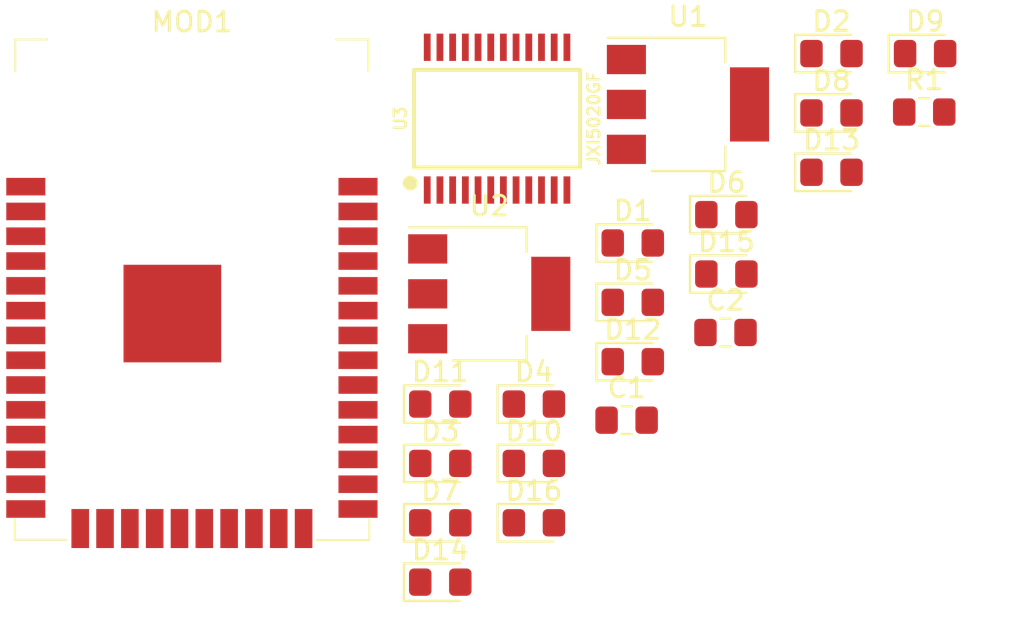
<source format=kicad_pcb>
(kicad_pcb (version 20171130) (host pcbnew "(5.1.5)-3")

  (general
    (thickness 1.6)
    (drawings 0)
    (tracks 0)
    (zones 0)
    (modules 23)
    (nets 26)
  )

  (page A4)
  (layers
    (0 F.Cu signal)
    (31 B.Cu signal)
    (32 B.Adhes user)
    (33 F.Adhes user)
    (34 B.Paste user)
    (35 F.Paste user)
    (36 B.SilkS user)
    (37 F.SilkS user)
    (38 B.Mask user)
    (39 F.Mask user)
    (40 Dwgs.User user)
    (41 Cmts.User user)
    (42 Eco1.User user)
    (43 Eco2.User user)
    (44 Edge.Cuts user)
    (45 Margin user)
    (46 B.CrtYd user)
    (47 F.CrtYd user)
    (48 B.Fab user)
    (49 F.Fab user)
  )

  (setup
    (last_trace_width 0.25)
    (trace_clearance 0.2)
    (zone_clearance 0.508)
    (zone_45_only no)
    (trace_min 0.2)
    (via_size 0.8)
    (via_drill 0.4)
    (via_min_size 0.4)
    (via_min_drill 0.3)
    (uvia_size 0.3)
    (uvia_drill 0.1)
    (uvias_allowed no)
    (uvia_min_size 0.2)
    (uvia_min_drill 0.1)
    (edge_width 0.05)
    (segment_width 0.2)
    (pcb_text_width 0.3)
    (pcb_text_size 1.5 1.5)
    (mod_edge_width 0.12)
    (mod_text_size 1 1)
    (mod_text_width 0.15)
    (pad_size 1.524 1.524)
    (pad_drill 0.762)
    (pad_to_mask_clearance 0.051)
    (solder_mask_min_width 0.25)
    (aux_axis_origin 0 0)
    (visible_elements FFFFFF7F)
    (pcbplotparams
      (layerselection 0x010fc_ffffffff)
      (usegerberextensions false)
      (usegerberattributes false)
      (usegerberadvancedattributes false)
      (creategerberjobfile false)
      (excludeedgelayer true)
      (linewidth 0.100000)
      (plotframeref false)
      (viasonmask false)
      (mode 1)
      (useauxorigin false)
      (hpglpennumber 1)
      (hpglpenspeed 20)
      (hpglpendiameter 15.000000)
      (psnegative false)
      (psa4output false)
      (plotreference true)
      (plotvalue true)
      (plotinvisibletext false)
      (padsonsilk false)
      (subtractmaskfromsilk false)
      (outputformat 1)
      (mirror false)
      (drillshape 1)
      (scaleselection 1)
      (outputdirectory ""))
  )

  (net 0 "")
  (net 1 GND)
  (net 2 /3.3V_MCU)
  (net 3 /5V_LED)
  (net 4 5V)
  (net 5 OUT0)
  (net 6 OUT1)
  (net 7 OUT2)
  (net 8 OUT3)
  (net 9 OUT4)
  (net 10 OUT5)
  (net 11 OUT6)
  (net 12 OUT7)
  (net 13 OUT8)
  (net 14 OUT9)
  (net 15 OUT10)
  (net 16 OUT11)
  (net 17 OUT12)
  (net 18 OUT13)
  (net 19 OUT14)
  (net 20 OUT15)
  (net 21 LED_SDI)
  (net 22 LED_LE)
  (net 23 LED_OE)
  (net 24 LED_CLK)
  (net 25 "Net-(R1-Pad1)")

  (net_class Default 这是默认网络类。
    (clearance 0.2)
    (trace_width 0.25)
    (via_dia 0.8)
    (via_drill 0.4)
    (uvia_dia 0.3)
    (uvia_drill 0.1)
    (add_net /3.3V_MCU)
    (add_net /3.3v_MCU)
    (add_net /5V_LED)
    (add_net 5V)
    (add_net GND)
    (add_net LED_CLK)
    (add_net LED_LE)
    (add_net LED_OE)
    (add_net LED_SDI)
    (add_net LED_SDO)
    (add_net "Net-(MOD1-Pad10)")
    (add_net "Net-(MOD1-Pad11)")
    (add_net "Net-(MOD1-Pad12)")
    (add_net "Net-(MOD1-Pad17)")
    (add_net "Net-(MOD1-Pad18)")
    (add_net "Net-(MOD1-Pad19)")
    (add_net "Net-(MOD1-Pad20)")
    (add_net "Net-(MOD1-Pad21)")
    (add_net "Net-(MOD1-Pad22)")
    (add_net "Net-(MOD1-Pad24)")
    (add_net "Net-(MOD1-Pad25)")
    (add_net "Net-(MOD1-Pad26)")
    (add_net "Net-(MOD1-Pad27)")
    (add_net "Net-(MOD1-Pad28)")
    (add_net "Net-(MOD1-Pad29)")
    (add_net "Net-(MOD1-Pad3)")
    (add_net "Net-(MOD1-Pad30)")
    (add_net "Net-(MOD1-Pad31)")
    (add_net "Net-(MOD1-Pad32)")
    (add_net "Net-(MOD1-Pad33)")
    (add_net "Net-(MOD1-Pad34)")
    (add_net "Net-(MOD1-Pad35)")
    (add_net "Net-(MOD1-Pad36)")
    (add_net "Net-(MOD1-Pad37)")
    (add_net "Net-(MOD1-Pad4)")
    (add_net "Net-(MOD1-Pad5)")
    (add_net "Net-(MOD1-Pad6)")
    (add_net "Net-(MOD1-Pad7)")
    (add_net "Net-(MOD1-Pad8)")
    (add_net "Net-(MOD1-Pad9)")
    (add_net "Net-(R1-Pad1)")
    (add_net OUT0)
    (add_net OUT1)
    (add_net OUT10)
    (add_net OUT11)
    (add_net OUT12)
    (add_net OUT13)
    (add_net OUT14)
    (add_net OUT15)
    (add_net OUT2)
    (add_net OUT3)
    (add_net OUT4)
    (add_net OUT5)
    (add_net OUT6)
    (add_net OUT7)
    (add_net OUT8)
    (add_net OUT9)
  )

  (module Silicon-Standard:SSOP24 (layer F.Cu) (tedit 5961E64E) (tstamp 604B36BC)
    (at 147.371 59.808559)
    (path /604AE8A5)
    (attr smd)
    (fp_text reference U3 (at -4.953 0 90) (layer F.SilkS)
      (effects (font (size 0.6096 0.6096) (thickness 0.127)))
    )
    (fp_text value JXI5020GF (at 4.953 0 90) (layer F.SilkS)
      (effects (font (size 0.6096 0.6096) (thickness 0.127)))
    )
    (fp_line (start -4.24942 2.49936) (end -4.24942 -2.49936) (layer F.SilkS) (width 0.2032))
    (fp_line (start 4.24942 2.49936) (end -4.24942 2.49936) (layer F.SilkS) (width 0.2032))
    (fp_line (start 4.24942 -2.49936) (end 4.24942 2.49936) (layer F.SilkS) (width 0.2032))
    (fp_line (start -4.24942 -2.49936) (end 4.24942 -2.49936) (layer F.SilkS) (width 0.2032))
    (fp_circle (center -4.445 3.302) (end -4.318 3.302) (layer F.SilkS) (width 0.254))
    (fp_circle (center -4.445 3.302) (end -4.191 3.302) (layer F.SilkS) (width 0.254))
    (pad 24 smd rect (at -3.57378 -3.65506) (size 0.34798 1.397) (layers F.Cu F.Paste F.Mask)
      (net 3 /5V_LED) (solder_mask_margin 0.1016))
    (pad 23 smd rect (at -2.92354 -3.65506) (size 0.34798 1.397) (layers F.Cu F.Paste F.Mask)
      (net 25 "Net-(R1-Pad1)") (solder_mask_margin 0.1016))
    (pad 22 smd rect (at -2.2733 -3.65506) (size 0.34798 1.397) (layers F.Cu F.Paste F.Mask)
      (solder_mask_margin 0.1016))
    (pad 21 smd rect (at -1.62306 -3.65506) (size 0.34798 1.397) (layers F.Cu F.Paste F.Mask)
      (net 23 LED_OE) (solder_mask_margin 0.1016))
    (pad 20 smd rect (at -0.97282 -3.65506) (size 0.34798 1.397) (layers F.Cu F.Paste F.Mask)
      (net 20 OUT15) (solder_mask_margin 0.1016))
    (pad 19 smd rect (at -0.32258 -3.65506) (size 0.34798 1.397) (layers F.Cu F.Paste F.Mask)
      (net 19 OUT14) (solder_mask_margin 0.1016))
    (pad 18 smd rect (at 0.32258 -3.65506) (size 0.34798 1.397) (layers F.Cu F.Paste F.Mask)
      (net 18 OUT13) (solder_mask_margin 0.1016))
    (pad 17 smd rect (at 0.97282 -3.65506) (size 0.34798 1.397) (layers F.Cu F.Paste F.Mask)
      (net 17 OUT12) (solder_mask_margin 0.1016))
    (pad 16 smd rect (at 1.62306 -3.65506) (size 0.34798 1.397) (layers F.Cu F.Paste F.Mask)
      (net 16 OUT11) (solder_mask_margin 0.1016))
    (pad 15 smd rect (at 2.2733 -3.65506) (size 0.34798 1.397) (layers F.Cu F.Paste F.Mask)
      (net 15 OUT10) (solder_mask_margin 0.1016))
    (pad 14 smd rect (at 2.92354 -3.65506 180) (size 0.34798 1.397) (layers F.Cu F.Paste F.Mask)
      (net 14 OUT9) (solder_mask_margin 0.1016))
    (pad 13 smd rect (at 3.57378 -3.65506 180) (size 0.34798 1.397) (layers F.Cu F.Paste F.Mask)
      (net 13 OUT8) (solder_mask_margin 0.1016))
    (pad 12 smd rect (at 3.57378 3.65506) (size 0.34798 1.397) (layers F.Cu F.Paste F.Mask)
      (net 12 OUT7) (solder_mask_margin 0.1016))
    (pad 11 smd rect (at 2.92354 3.65506) (size 0.34798 1.397) (layers F.Cu F.Paste F.Mask)
      (net 11 OUT6) (solder_mask_margin 0.1016))
    (pad 10 smd rect (at 2.2733 3.65506) (size 0.34798 1.397) (layers F.Cu F.Paste F.Mask)
      (net 10 OUT5) (solder_mask_margin 0.1016))
    (pad 9 smd rect (at 1.62306 3.65506) (size 0.34798 1.397) (layers F.Cu F.Paste F.Mask)
      (net 9 OUT4) (solder_mask_margin 0.1016))
    (pad 8 smd rect (at 0.97282 3.65506) (size 0.34798 1.397) (layers F.Cu F.Paste F.Mask)
      (net 8 OUT3) (solder_mask_margin 0.1016))
    (pad 7 smd rect (at 0.32258 3.65506) (size 0.34798 1.397) (layers F.Cu F.Paste F.Mask)
      (net 7 OUT2) (solder_mask_margin 0.1016))
    (pad 6 smd rect (at -0.32258 3.65506) (size 0.34798 1.397) (layers F.Cu F.Paste F.Mask)
      (net 6 OUT1) (solder_mask_margin 0.1016))
    (pad 5 smd rect (at -0.97282 3.65506) (size 0.34798 1.397) (layers F.Cu F.Paste F.Mask)
      (net 5 OUT0) (solder_mask_margin 0.1016))
    (pad 4 smd rect (at -1.62306 3.65506) (size 0.34798 1.397) (layers F.Cu F.Paste F.Mask)
      (net 22 LED_LE) (solder_mask_margin 0.1016))
    (pad 3 smd rect (at -2.2733 3.65506) (size 0.34798 1.397) (layers F.Cu F.Paste F.Mask)
      (net 24 LED_CLK) (solder_mask_margin 0.1016))
    (pad 2 smd rect (at -2.92354 3.65506) (size 0.34798 1.397) (layers F.Cu F.Paste F.Mask)
      (net 21 LED_SDI) (solder_mask_margin 0.1016))
    (pad 1 smd rect (at -3.57378 3.65506) (size 0.34798 1.397) (layers F.Cu F.Paste F.Mask)
      (net 1 GND) (solder_mask_margin 0.1016))
  )

  (module Package_TO_SOT_SMD:SOT-223-3_TabPin2 (layer F.Cu) (tedit 5A02FF57) (tstamp 604B369A)
    (at 146.97 68.78)
    (descr "module CMS SOT223 4 pins")
    (tags "CMS SOT")
    (path /6059589D)
    (attr smd)
    (fp_text reference U2 (at 0 -4.5) (layer F.SilkS)
      (effects (font (size 1 1) (thickness 0.15)))
    )
    (fp_text value AMS1117-5.0 (at 0 4.5) (layer F.Fab)
      (effects (font (size 1 1) (thickness 0.15)))
    )
    (fp_line (start 1.85 -3.35) (end 1.85 3.35) (layer F.Fab) (width 0.1))
    (fp_line (start -1.85 3.35) (end 1.85 3.35) (layer F.Fab) (width 0.1))
    (fp_line (start -4.1 -3.41) (end 1.91 -3.41) (layer F.SilkS) (width 0.12))
    (fp_line (start -0.85 -3.35) (end 1.85 -3.35) (layer F.Fab) (width 0.1))
    (fp_line (start -1.85 3.41) (end 1.91 3.41) (layer F.SilkS) (width 0.12))
    (fp_line (start -1.85 -2.35) (end -1.85 3.35) (layer F.Fab) (width 0.1))
    (fp_line (start -1.85 -2.35) (end -0.85 -3.35) (layer F.Fab) (width 0.1))
    (fp_line (start -4.4 -3.6) (end -4.4 3.6) (layer F.CrtYd) (width 0.05))
    (fp_line (start -4.4 3.6) (end 4.4 3.6) (layer F.CrtYd) (width 0.05))
    (fp_line (start 4.4 3.6) (end 4.4 -3.6) (layer F.CrtYd) (width 0.05))
    (fp_line (start 4.4 -3.6) (end -4.4 -3.6) (layer F.CrtYd) (width 0.05))
    (fp_line (start 1.91 -3.41) (end 1.91 -2.15) (layer F.SilkS) (width 0.12))
    (fp_line (start 1.91 3.41) (end 1.91 2.15) (layer F.SilkS) (width 0.12))
    (fp_text user %R (at 0 0 90) (layer F.Fab)
      (effects (font (size 0.8 0.8) (thickness 0.12)))
    )
    (pad 1 smd rect (at -3.15 -2.3) (size 2 1.5) (layers F.Cu F.Paste F.Mask)
      (net 1 GND))
    (pad 3 smd rect (at -3.15 2.3) (size 2 1.5) (layers F.Cu F.Paste F.Mask)
      (net 4 5V))
    (pad 2 smd rect (at -3.15 0) (size 2 1.5) (layers F.Cu F.Paste F.Mask)
      (net 3 /5V_LED))
    (pad 2 smd rect (at 3.15 0) (size 2 3.8) (layers F.Cu F.Paste F.Mask)
      (net 3 /5V_LED))
    (model ${KISYS3DMOD}/Package_TO_SOT_SMD.3dshapes/SOT-223.wrl
      (at (xyz 0 0 0))
      (scale (xyz 1 1 1))
      (rotate (xyz 0 0 0))
    )
  )

  (module Package_TO_SOT_SMD:SOT-223-3_TabPin2 (layer F.Cu) (tedit 5A02FF57) (tstamp 604B3684)
    (at 157.14 59.08)
    (descr "module CMS SOT223 4 pins")
    (tags "CMS SOT")
    (path /60594072)
    (attr smd)
    (fp_text reference U1 (at 0 -4.5) (layer F.SilkS)
      (effects (font (size 1 1) (thickness 0.15)))
    )
    (fp_text value AMS1117-3.3 (at 0 4.5) (layer F.Fab)
      (effects (font (size 1 1) (thickness 0.15)))
    )
    (fp_line (start 1.85 -3.35) (end 1.85 3.35) (layer F.Fab) (width 0.1))
    (fp_line (start -1.85 3.35) (end 1.85 3.35) (layer F.Fab) (width 0.1))
    (fp_line (start -4.1 -3.41) (end 1.91 -3.41) (layer F.SilkS) (width 0.12))
    (fp_line (start -0.85 -3.35) (end 1.85 -3.35) (layer F.Fab) (width 0.1))
    (fp_line (start -1.85 3.41) (end 1.91 3.41) (layer F.SilkS) (width 0.12))
    (fp_line (start -1.85 -2.35) (end -1.85 3.35) (layer F.Fab) (width 0.1))
    (fp_line (start -1.85 -2.35) (end -0.85 -3.35) (layer F.Fab) (width 0.1))
    (fp_line (start -4.4 -3.6) (end -4.4 3.6) (layer F.CrtYd) (width 0.05))
    (fp_line (start -4.4 3.6) (end 4.4 3.6) (layer F.CrtYd) (width 0.05))
    (fp_line (start 4.4 3.6) (end 4.4 -3.6) (layer F.CrtYd) (width 0.05))
    (fp_line (start 4.4 -3.6) (end -4.4 -3.6) (layer F.CrtYd) (width 0.05))
    (fp_line (start 1.91 -3.41) (end 1.91 -2.15) (layer F.SilkS) (width 0.12))
    (fp_line (start 1.91 3.41) (end 1.91 2.15) (layer F.SilkS) (width 0.12))
    (fp_text user %R (at 0 0 90) (layer F.Fab)
      (effects (font (size 0.8 0.8) (thickness 0.12)))
    )
    (pad 1 smd rect (at -3.15 -2.3) (size 2 1.5) (layers F.Cu F.Paste F.Mask)
      (net 1 GND))
    (pad 3 smd rect (at -3.15 2.3) (size 2 1.5) (layers F.Cu F.Paste F.Mask)
      (net 4 5V))
    (pad 2 smd rect (at -3.15 0) (size 2 1.5) (layers F.Cu F.Paste F.Mask)
      (net 2 /3.3V_MCU))
    (pad 2 smd rect (at 3.15 0) (size 2 3.8) (layers F.Cu F.Paste F.Mask)
      (net 2 /3.3V_MCU))
    (model ${KISYS3DMOD}/Package_TO_SOT_SMD.3dshapes/SOT-223.wrl
      (at (xyz 0 0 0))
      (scale (xyz 1 1 1))
      (rotate (xyz 0 0 0))
    )
  )

  (module Resistor_SMD:R_0805_2012Metric_Pad1.15x1.40mm_HandSolder (layer F.Cu) (tedit 5B36C52B) (tstamp 604B366E)
    (at 169.23 59.47)
    (descr "Resistor SMD 0805 (2012 Metric), square (rectangular) end terminal, IPC_7351 nominal with elongated pad for handsoldering. (Body size source: https://docs.google.com/spreadsheets/d/1BsfQQcO9C6DZCsRaXUlFlo91Tg2WpOkGARC1WS5S8t0/edit?usp=sharing), generated with kicad-footprint-generator")
    (tags "resistor handsolder")
    (path /6052F75B)
    (attr smd)
    (fp_text reference R1 (at 0 -1.65) (layer F.SilkS)
      (effects (font (size 1 1) (thickness 0.15)))
    )
    (fp_text value R_EXT (at 0 1.65) (layer F.Fab)
      (effects (font (size 1 1) (thickness 0.15)))
    )
    (fp_text user %R (at 0 0) (layer F.Fab)
      (effects (font (size 0.5 0.5) (thickness 0.08)))
    )
    (fp_line (start 1.85 0.95) (end -1.85 0.95) (layer F.CrtYd) (width 0.05))
    (fp_line (start 1.85 -0.95) (end 1.85 0.95) (layer F.CrtYd) (width 0.05))
    (fp_line (start -1.85 -0.95) (end 1.85 -0.95) (layer F.CrtYd) (width 0.05))
    (fp_line (start -1.85 0.95) (end -1.85 -0.95) (layer F.CrtYd) (width 0.05))
    (fp_line (start -0.261252 0.71) (end 0.261252 0.71) (layer F.SilkS) (width 0.12))
    (fp_line (start -0.261252 -0.71) (end 0.261252 -0.71) (layer F.SilkS) (width 0.12))
    (fp_line (start 1 0.6) (end -1 0.6) (layer F.Fab) (width 0.1))
    (fp_line (start 1 -0.6) (end 1 0.6) (layer F.Fab) (width 0.1))
    (fp_line (start -1 -0.6) (end 1 -0.6) (layer F.Fab) (width 0.1))
    (fp_line (start -1 0.6) (end -1 -0.6) (layer F.Fab) (width 0.1))
    (pad 2 smd roundrect (at 1.025 0) (size 1.15 1.4) (layers F.Cu F.Paste F.Mask) (roundrect_rratio 0.217391)
      (net 1 GND))
    (pad 1 smd roundrect (at -1.025 0) (size 1.15 1.4) (layers F.Cu F.Paste F.Mask) (roundrect_rratio 0.217391)
      (net 25 "Net-(R1-Pad1)"))
    (model ${KISYS3DMOD}/Resistor_SMD.3dshapes/R_0805_2012Metric.wrl
      (at (xyz 0 0 0))
      (scale (xyz 1 1 1))
      (rotate (xyz 0 0 0))
    )
  )

  (module digikey-footprints:ESP32-WROOM-32D (layer F.Cu) (tedit 5D288F29) (tstamp 604B365D)
    (at 131.755 71.545)
    (path /60539C89)
    (attr smd)
    (fp_text reference MOD1 (at 0.01 -16.69) (layer F.SilkS)
      (effects (font (size 1 1) (thickness 0.15)))
    )
    (fp_text value ESP32-WROOM-32 (at 0 11.88) (layer F.Fab)
      (effects (font (size 1 1) (thickness 0.15)))
    )
    (fp_line (start 9 -15.748) (end 9 9.755) (layer F.Fab) (width 0.1))
    (fp_line (start -9 -15.745) (end 9 -15.745) (layer F.Fab) (width 0.1))
    (fp_line (start -9 -15.748) (end -9 9.755) (layer F.Fab) (width 0.1))
    (fp_line (start -9 9.755) (end 9 9.755) (layer F.Fab) (width 0.1))
    (fp_line (start -9.07 9.83) (end -6.42 9.83) (layer F.SilkS) (width 0.1))
    (fp_line (start -9.07 8.78) (end -9.07 9.83) (layer F.SilkS) (width 0.1))
    (fp_line (start 9.08 9.85) (end 6.38 9.85) (layer F.SilkS) (width 0.1))
    (fp_line (start 9.08 8.81) (end 9.08 9.85) (layer F.SilkS) (width 0.1))
    (fp_line (start -9.04 -15.79) (end -7.41 -15.79) (layer F.SilkS) (width 0.1))
    (fp_line (start -9.04 -14.16) (end -9.04 -15.79) (layer F.SilkS) (width 0.1))
    (fp_line (start 9.03 -15.79) (end 7.39 -15.79) (layer F.SilkS) (width 0.1))
    (fp_line (start 9.03 -14.17) (end 9.03 -15.79) (layer F.SilkS) (width 0.1))
    (fp_text user REF** (at 0.01 -5.37) (layer F.Fab)
      (effects (font (size 1 1) (thickness 0.15)))
    )
    (fp_line (start 9.74 -16.04) (end -9.74 -16.04) (layer F.CrtYd) (width 0.1))
    (fp_line (start -9.77 -16.04) (end -9.77 10.47) (layer F.CrtYd) (width 0.1))
    (fp_line (start -9.77 10.47) (end 9.73 10.46) (layer F.CrtYd) (width 0.1))
    (fp_line (start 9.74 10.46) (end 9.74 -16.02) (layer F.CrtYd) (width 0.1))
    (pad 39 smd rect (at -1 -1.755) (size 5 5) (layers F.Cu F.Paste F.Mask)
      (net 1 GND))
    (pad 25 smd rect (at 8.5 8.255) (size 2 0.9) (layers F.Cu F.Paste F.Mask))
    (pad 26 smd rect (at 8.5 6.985) (size 2 0.9) (layers F.Cu F.Paste F.Mask))
    (pad 27 smd rect (at 8.5 5.715) (size 2 0.9) (layers F.Cu F.Paste F.Mask))
    (pad 28 smd rect (at 8.5 4.445) (size 2 0.9) (layers F.Cu F.Paste F.Mask))
    (pad 29 smd rect (at 8.5 3.175) (size 2 0.9) (layers F.Cu F.Paste F.Mask))
    (pad 30 smd rect (at 8.5 1.905) (size 2 0.9) (layers F.Cu F.Paste F.Mask))
    (pad 31 smd rect (at 8.5 0.635) (size 2 0.9) (layers F.Cu F.Paste F.Mask))
    (pad 32 smd rect (at 8.5 -0.635) (size 2 0.9) (layers F.Cu F.Paste F.Mask))
    (pad 33 smd rect (at 8.5 -1.905) (size 2 0.9) (layers F.Cu F.Paste F.Mask))
    (pad 34 smd rect (at 8.5 -3.175) (size 2 0.9) (layers F.Cu F.Paste F.Mask))
    (pad 35 smd rect (at 8.5 -4.445) (size 2 0.9) (layers F.Cu F.Paste F.Mask))
    (pad 36 smd rect (at 8.5 -5.715) (size 2 0.9) (layers F.Cu F.Paste F.Mask))
    (pad 37 smd rect (at 8.5 -6.985) (size 2 0.9) (layers F.Cu F.Paste F.Mask))
    (pad 38 smd rect (at 8.5 -8.255) (size 2 0.9) (layers F.Cu F.Paste F.Mask)
      (net 1 GND))
    (pad 14 smd rect (at -8.5 8.255) (size 2 0.9) (layers F.Cu F.Paste F.Mask)
      (net 21 LED_SDI))
    (pad 13 smd rect (at -8.5 6.985) (size 2 0.9) (layers F.Cu F.Paste F.Mask)
      (net 22 LED_LE))
    (pad 12 smd rect (at -8.5 5.715) (size 2 0.9) (layers F.Cu F.Paste F.Mask))
    (pad 11 smd rect (at -8.5 4.445) (size 2 0.9) (layers F.Cu F.Paste F.Mask))
    (pad 10 smd rect (at -8.5 3.175) (size 2 0.9) (layers F.Cu F.Paste F.Mask))
    (pad 9 smd rect (at -8.5 1.905) (size 2 0.9) (layers F.Cu F.Paste F.Mask))
    (pad 8 smd rect (at -8.5 0.635) (size 2 0.9) (layers F.Cu F.Paste F.Mask))
    (pad 7 smd rect (at -8.5 -0.635) (size 2 0.9) (layers F.Cu F.Paste F.Mask))
    (pad 6 smd rect (at -8.5 -1.905) (size 2 0.9) (layers F.Cu F.Paste F.Mask))
    (pad 5 smd rect (at -8.5 -3.175) (size 2 0.9) (layers F.Cu F.Paste F.Mask))
    (pad 4 smd rect (at -8.5 -4.445) (size 2 0.9) (layers F.Cu F.Paste F.Mask))
    (pad 3 smd rect (at -8.5 -5.715) (size 2 0.9) (layers F.Cu F.Paste F.Mask))
    (pad 2 smd rect (at -8.5 -6.985) (size 2 0.9) (layers F.Cu F.Paste F.Mask))
    (pad 24 smd rect (at 5.715 9.255 90) (size 2 0.9) (layers F.Cu F.Paste F.Mask))
    (pad 23 smd rect (at 4.445 9.255 90) (size 2 0.9) (layers F.Cu F.Paste F.Mask)
      (net 23 LED_OE))
    (pad 22 smd rect (at 3.175 9.255 90) (size 2 0.9) (layers F.Cu F.Paste F.Mask))
    (pad 21 smd rect (at 1.905 9.255 90) (size 2 0.9) (layers F.Cu F.Paste F.Mask))
    (pad 20 smd rect (at 0.635 9.255 90) (size 2 0.9) (layers F.Cu F.Paste F.Mask))
    (pad 19 smd rect (at -0.635 9.255 90) (size 2 0.9) (layers F.Cu F.Paste F.Mask))
    (pad 18 smd rect (at -1.905 9.255 90) (size 2 0.9) (layers F.Cu F.Paste F.Mask))
    (pad 17 smd rect (at -3.175 9.255 90) (size 2 0.9) (layers F.Cu F.Paste F.Mask))
    (pad 16 smd rect (at -4.445 9.255 90) (size 2 0.9) (layers F.Cu F.Paste F.Mask)
      (net 24 LED_CLK))
    (pad 15 smd rect (at -5.715 9.255 90) (size 2 0.9) (layers F.Cu F.Paste F.Mask)
      (net 1 GND))
    (pad 1 smd rect (at -8.5 -8.255) (size 2 0.9) (layers F.Cu F.Paste F.Mask)
      (net 1 GND))
  )

  (module LED_SMD:LED_0805_2012Metric_Pad1.15x1.40mm_HandSolder (layer F.Cu) (tedit 5B4B45C9) (tstamp 604B3621)
    (at 149.255 80.505)
    (descr "LED SMD 0805 (2012 Metric), square (rectangular) end terminal, IPC_7351 nominal, (Body size source: https://docs.google.com/spreadsheets/d/1BsfQQcO9C6DZCsRaXUlFlo91Tg2WpOkGARC1WS5S8t0/edit?usp=sharing), generated with kicad-footprint-generator")
    (tags "LED handsolder")
    (path /604ECDCE)
    (attr smd)
    (fp_text reference D16 (at 0 -1.65) (layer F.SilkS)
      (effects (font (size 1 1) (thickness 0.15)))
    )
    (fp_text value Filament_LED (at 0 1.65) (layer F.Fab)
      (effects (font (size 1 1) (thickness 0.15)))
    )
    (fp_text user %R (at 0 0) (layer F.Fab)
      (effects (font (size 0.5 0.5) (thickness 0.08)))
    )
    (fp_line (start 1.85 0.95) (end -1.85 0.95) (layer F.CrtYd) (width 0.05))
    (fp_line (start 1.85 -0.95) (end 1.85 0.95) (layer F.CrtYd) (width 0.05))
    (fp_line (start -1.85 -0.95) (end 1.85 -0.95) (layer F.CrtYd) (width 0.05))
    (fp_line (start -1.85 0.95) (end -1.85 -0.95) (layer F.CrtYd) (width 0.05))
    (fp_line (start -1.86 0.96) (end 1 0.96) (layer F.SilkS) (width 0.12))
    (fp_line (start -1.86 -0.96) (end -1.86 0.96) (layer F.SilkS) (width 0.12))
    (fp_line (start 1 -0.96) (end -1.86 -0.96) (layer F.SilkS) (width 0.12))
    (fp_line (start 1 0.6) (end 1 -0.6) (layer F.Fab) (width 0.1))
    (fp_line (start -1 0.6) (end 1 0.6) (layer F.Fab) (width 0.1))
    (fp_line (start -1 -0.3) (end -1 0.6) (layer F.Fab) (width 0.1))
    (fp_line (start -0.7 -0.6) (end -1 -0.3) (layer F.Fab) (width 0.1))
    (fp_line (start 1 -0.6) (end -0.7 -0.6) (layer F.Fab) (width 0.1))
    (pad 2 smd roundrect (at 1.025 0) (size 1.15 1.4) (layers F.Cu F.Paste F.Mask) (roundrect_rratio 0.217391)
      (net 4 5V))
    (pad 1 smd roundrect (at -1.025 0) (size 1.15 1.4) (layers F.Cu F.Paste F.Mask) (roundrect_rratio 0.217391)
      (net 20 OUT15))
    (model ${KISYS3DMOD}/LED_SMD.3dshapes/LED_0805_2012Metric.wrl
      (at (xyz 0 0 0))
      (scale (xyz 1 1 1))
      (rotate (xyz 0 0 0))
    )
  )

  (module LED_SMD:LED_0805_2012Metric_Pad1.15x1.40mm_HandSolder (layer F.Cu) (tedit 5B4B45C9) (tstamp 604B360E)
    (at 159.105 67.765)
    (descr "LED SMD 0805 (2012 Metric), square (rectangular) end terminal, IPC_7351 nominal, (Body size source: https://docs.google.com/spreadsheets/d/1BsfQQcO9C6DZCsRaXUlFlo91Tg2WpOkGARC1WS5S8t0/edit?usp=sharing), generated with kicad-footprint-generator")
    (tags "LED handsolder")
    (path /604ECDC8)
    (attr smd)
    (fp_text reference D15 (at 0 -1.65) (layer F.SilkS)
      (effects (font (size 1 1) (thickness 0.15)))
    )
    (fp_text value Filament_LED (at 0 1.65) (layer F.Fab)
      (effects (font (size 1 1) (thickness 0.15)))
    )
    (fp_text user %R (at 0 0) (layer F.Fab)
      (effects (font (size 0.5 0.5) (thickness 0.08)))
    )
    (fp_line (start 1.85 0.95) (end -1.85 0.95) (layer F.CrtYd) (width 0.05))
    (fp_line (start 1.85 -0.95) (end 1.85 0.95) (layer F.CrtYd) (width 0.05))
    (fp_line (start -1.85 -0.95) (end 1.85 -0.95) (layer F.CrtYd) (width 0.05))
    (fp_line (start -1.85 0.95) (end -1.85 -0.95) (layer F.CrtYd) (width 0.05))
    (fp_line (start -1.86 0.96) (end 1 0.96) (layer F.SilkS) (width 0.12))
    (fp_line (start -1.86 -0.96) (end -1.86 0.96) (layer F.SilkS) (width 0.12))
    (fp_line (start 1 -0.96) (end -1.86 -0.96) (layer F.SilkS) (width 0.12))
    (fp_line (start 1 0.6) (end 1 -0.6) (layer F.Fab) (width 0.1))
    (fp_line (start -1 0.6) (end 1 0.6) (layer F.Fab) (width 0.1))
    (fp_line (start -1 -0.3) (end -1 0.6) (layer F.Fab) (width 0.1))
    (fp_line (start -0.7 -0.6) (end -1 -0.3) (layer F.Fab) (width 0.1))
    (fp_line (start 1 -0.6) (end -0.7 -0.6) (layer F.Fab) (width 0.1))
    (pad 2 smd roundrect (at 1.025 0) (size 1.15 1.4) (layers F.Cu F.Paste F.Mask) (roundrect_rratio 0.217391)
      (net 4 5V))
    (pad 1 smd roundrect (at -1.025 0) (size 1.15 1.4) (layers F.Cu F.Paste F.Mask) (roundrect_rratio 0.217391)
      (net 19 OUT14))
    (model ${KISYS3DMOD}/LED_SMD.3dshapes/LED_0805_2012Metric.wrl
      (at (xyz 0 0 0))
      (scale (xyz 1 1 1))
      (rotate (xyz 0 0 0))
    )
  )

  (module LED_SMD:LED_0805_2012Metric_Pad1.15x1.40mm_HandSolder (layer F.Cu) (tedit 5B4B45C9) (tstamp 604B35FB)
    (at 144.465 83.545)
    (descr "LED SMD 0805 (2012 Metric), square (rectangular) end terminal, IPC_7351 nominal, (Body size source: https://docs.google.com/spreadsheets/d/1BsfQQcO9C6DZCsRaXUlFlo91Tg2WpOkGARC1WS5S8t0/edit?usp=sharing), generated with kicad-footprint-generator")
    (tags "LED handsolder")
    (path /604B8F29)
    (attr smd)
    (fp_text reference D14 (at 0 -1.65) (layer F.SilkS)
      (effects (font (size 1 1) (thickness 0.15)))
    )
    (fp_text value Filament_LED (at 0 1.65) (layer F.Fab)
      (effects (font (size 1 1) (thickness 0.15)))
    )
    (fp_text user %R (at 0 0) (layer F.Fab)
      (effects (font (size 0.5 0.5) (thickness 0.08)))
    )
    (fp_line (start 1.85 0.95) (end -1.85 0.95) (layer F.CrtYd) (width 0.05))
    (fp_line (start 1.85 -0.95) (end 1.85 0.95) (layer F.CrtYd) (width 0.05))
    (fp_line (start -1.85 -0.95) (end 1.85 -0.95) (layer F.CrtYd) (width 0.05))
    (fp_line (start -1.85 0.95) (end -1.85 -0.95) (layer F.CrtYd) (width 0.05))
    (fp_line (start -1.86 0.96) (end 1 0.96) (layer F.SilkS) (width 0.12))
    (fp_line (start -1.86 -0.96) (end -1.86 0.96) (layer F.SilkS) (width 0.12))
    (fp_line (start 1 -0.96) (end -1.86 -0.96) (layer F.SilkS) (width 0.12))
    (fp_line (start 1 0.6) (end 1 -0.6) (layer F.Fab) (width 0.1))
    (fp_line (start -1 0.6) (end 1 0.6) (layer F.Fab) (width 0.1))
    (fp_line (start -1 -0.3) (end -1 0.6) (layer F.Fab) (width 0.1))
    (fp_line (start -0.7 -0.6) (end -1 -0.3) (layer F.Fab) (width 0.1))
    (fp_line (start 1 -0.6) (end -0.7 -0.6) (layer F.Fab) (width 0.1))
    (pad 2 smd roundrect (at 1.025 0) (size 1.15 1.4) (layers F.Cu F.Paste F.Mask) (roundrect_rratio 0.217391)
      (net 4 5V))
    (pad 1 smd roundrect (at -1.025 0) (size 1.15 1.4) (layers F.Cu F.Paste F.Mask) (roundrect_rratio 0.217391)
      (net 18 OUT13))
    (model ${KISYS3DMOD}/LED_SMD.3dshapes/LED_0805_2012Metric.wrl
      (at (xyz 0 0 0))
      (scale (xyz 1 1 1))
      (rotate (xyz 0 0 0))
    )
  )

  (module LED_SMD:LED_0805_2012Metric_Pad1.15x1.40mm_HandSolder (layer F.Cu) (tedit 5B4B45C9) (tstamp 604B35E8)
    (at 164.485 62.555)
    (descr "LED SMD 0805 (2012 Metric), square (rectangular) end terminal, IPC_7351 nominal, (Body size source: https://docs.google.com/spreadsheets/d/1BsfQQcO9C6DZCsRaXUlFlo91Tg2WpOkGARC1WS5S8t0/edit?usp=sharing), generated with kicad-footprint-generator")
    (tags "LED handsolder")
    (path /604B8F23)
    (attr smd)
    (fp_text reference D13 (at 0 -1.65) (layer F.SilkS)
      (effects (font (size 1 1) (thickness 0.15)))
    )
    (fp_text value Filament_LED (at 0 1.65) (layer F.Fab)
      (effects (font (size 1 1) (thickness 0.15)))
    )
    (fp_text user %R (at 0 0) (layer F.Fab)
      (effects (font (size 0.5 0.5) (thickness 0.08)))
    )
    (fp_line (start 1.85 0.95) (end -1.85 0.95) (layer F.CrtYd) (width 0.05))
    (fp_line (start 1.85 -0.95) (end 1.85 0.95) (layer F.CrtYd) (width 0.05))
    (fp_line (start -1.85 -0.95) (end 1.85 -0.95) (layer F.CrtYd) (width 0.05))
    (fp_line (start -1.85 0.95) (end -1.85 -0.95) (layer F.CrtYd) (width 0.05))
    (fp_line (start -1.86 0.96) (end 1 0.96) (layer F.SilkS) (width 0.12))
    (fp_line (start -1.86 -0.96) (end -1.86 0.96) (layer F.SilkS) (width 0.12))
    (fp_line (start 1 -0.96) (end -1.86 -0.96) (layer F.SilkS) (width 0.12))
    (fp_line (start 1 0.6) (end 1 -0.6) (layer F.Fab) (width 0.1))
    (fp_line (start -1 0.6) (end 1 0.6) (layer F.Fab) (width 0.1))
    (fp_line (start -1 -0.3) (end -1 0.6) (layer F.Fab) (width 0.1))
    (fp_line (start -0.7 -0.6) (end -1 -0.3) (layer F.Fab) (width 0.1))
    (fp_line (start 1 -0.6) (end -0.7 -0.6) (layer F.Fab) (width 0.1))
    (pad 2 smd roundrect (at 1.025 0) (size 1.15 1.4) (layers F.Cu F.Paste F.Mask) (roundrect_rratio 0.217391)
      (net 4 5V))
    (pad 1 smd roundrect (at -1.025 0) (size 1.15 1.4) (layers F.Cu F.Paste F.Mask) (roundrect_rratio 0.217391)
      (net 17 OUT12))
    (model ${KISYS3DMOD}/LED_SMD.3dshapes/LED_0805_2012Metric.wrl
      (at (xyz 0 0 0))
      (scale (xyz 1 1 1))
      (rotate (xyz 0 0 0))
    )
  )

  (module LED_SMD:LED_0805_2012Metric_Pad1.15x1.40mm_HandSolder (layer F.Cu) (tedit 5B4B45C9) (tstamp 604B35D5)
    (at 154.315 72.255)
    (descr "LED SMD 0805 (2012 Metric), square (rectangular) end terminal, IPC_7351 nominal, (Body size source: https://docs.google.com/spreadsheets/d/1BsfQQcO9C6DZCsRaXUlFlo91Tg2WpOkGARC1WS5S8t0/edit?usp=sharing), generated with kicad-footprint-generator")
    (tags "LED handsolder")
    (path /604ECDC2)
    (attr smd)
    (fp_text reference D12 (at 0 -1.65) (layer F.SilkS)
      (effects (font (size 1 1) (thickness 0.15)))
    )
    (fp_text value Filament_LED (at 0 1.65) (layer F.Fab)
      (effects (font (size 1 1) (thickness 0.15)))
    )
    (fp_text user %R (at 0 0) (layer F.Fab)
      (effects (font (size 0.5 0.5) (thickness 0.08)))
    )
    (fp_line (start 1.85 0.95) (end -1.85 0.95) (layer F.CrtYd) (width 0.05))
    (fp_line (start 1.85 -0.95) (end 1.85 0.95) (layer F.CrtYd) (width 0.05))
    (fp_line (start -1.85 -0.95) (end 1.85 -0.95) (layer F.CrtYd) (width 0.05))
    (fp_line (start -1.85 0.95) (end -1.85 -0.95) (layer F.CrtYd) (width 0.05))
    (fp_line (start -1.86 0.96) (end 1 0.96) (layer F.SilkS) (width 0.12))
    (fp_line (start -1.86 -0.96) (end -1.86 0.96) (layer F.SilkS) (width 0.12))
    (fp_line (start 1 -0.96) (end -1.86 -0.96) (layer F.SilkS) (width 0.12))
    (fp_line (start 1 0.6) (end 1 -0.6) (layer F.Fab) (width 0.1))
    (fp_line (start -1 0.6) (end 1 0.6) (layer F.Fab) (width 0.1))
    (fp_line (start -1 -0.3) (end -1 0.6) (layer F.Fab) (width 0.1))
    (fp_line (start -0.7 -0.6) (end -1 -0.3) (layer F.Fab) (width 0.1))
    (fp_line (start 1 -0.6) (end -0.7 -0.6) (layer F.Fab) (width 0.1))
    (pad 2 smd roundrect (at 1.025 0) (size 1.15 1.4) (layers F.Cu F.Paste F.Mask) (roundrect_rratio 0.217391)
      (net 4 5V))
    (pad 1 smd roundrect (at -1.025 0) (size 1.15 1.4) (layers F.Cu F.Paste F.Mask) (roundrect_rratio 0.217391)
      (net 16 OUT11))
    (model ${KISYS3DMOD}/LED_SMD.3dshapes/LED_0805_2012Metric.wrl
      (at (xyz 0 0 0))
      (scale (xyz 1 1 1))
      (rotate (xyz 0 0 0))
    )
  )

  (module LED_SMD:LED_0805_2012Metric_Pad1.15x1.40mm_HandSolder (layer F.Cu) (tedit 5B4B45C9) (tstamp 604B35C2)
    (at 144.465 74.425)
    (descr "LED SMD 0805 (2012 Metric), square (rectangular) end terminal, IPC_7351 nominal, (Body size source: https://docs.google.com/spreadsheets/d/1BsfQQcO9C6DZCsRaXUlFlo91Tg2WpOkGARC1WS5S8t0/edit?usp=sharing), generated with kicad-footprint-generator")
    (tags "LED handsolder")
    (path /604ECDBC)
    (attr smd)
    (fp_text reference D11 (at 0 -1.65) (layer F.SilkS)
      (effects (font (size 1 1) (thickness 0.15)))
    )
    (fp_text value Filament_LED (at 0 1.65) (layer F.Fab)
      (effects (font (size 1 1) (thickness 0.15)))
    )
    (fp_text user %R (at 0 0) (layer F.Fab)
      (effects (font (size 0.5 0.5) (thickness 0.08)))
    )
    (fp_line (start 1.85 0.95) (end -1.85 0.95) (layer F.CrtYd) (width 0.05))
    (fp_line (start 1.85 -0.95) (end 1.85 0.95) (layer F.CrtYd) (width 0.05))
    (fp_line (start -1.85 -0.95) (end 1.85 -0.95) (layer F.CrtYd) (width 0.05))
    (fp_line (start -1.85 0.95) (end -1.85 -0.95) (layer F.CrtYd) (width 0.05))
    (fp_line (start -1.86 0.96) (end 1 0.96) (layer F.SilkS) (width 0.12))
    (fp_line (start -1.86 -0.96) (end -1.86 0.96) (layer F.SilkS) (width 0.12))
    (fp_line (start 1 -0.96) (end -1.86 -0.96) (layer F.SilkS) (width 0.12))
    (fp_line (start 1 0.6) (end 1 -0.6) (layer F.Fab) (width 0.1))
    (fp_line (start -1 0.6) (end 1 0.6) (layer F.Fab) (width 0.1))
    (fp_line (start -1 -0.3) (end -1 0.6) (layer F.Fab) (width 0.1))
    (fp_line (start -0.7 -0.6) (end -1 -0.3) (layer F.Fab) (width 0.1))
    (fp_line (start 1 -0.6) (end -0.7 -0.6) (layer F.Fab) (width 0.1))
    (pad 2 smd roundrect (at 1.025 0) (size 1.15 1.4) (layers F.Cu F.Paste F.Mask) (roundrect_rratio 0.217391)
      (net 4 5V))
    (pad 1 smd roundrect (at -1.025 0) (size 1.15 1.4) (layers F.Cu F.Paste F.Mask) (roundrect_rratio 0.217391)
      (net 15 OUT10))
    (model ${KISYS3DMOD}/LED_SMD.3dshapes/LED_0805_2012Metric.wrl
      (at (xyz 0 0 0))
      (scale (xyz 1 1 1))
      (rotate (xyz 0 0 0))
    )
  )

  (module LED_SMD:LED_0805_2012Metric_Pad1.15x1.40mm_HandSolder (layer F.Cu) (tedit 5B4B45C9) (tstamp 604B35AF)
    (at 149.255 77.465)
    (descr "LED SMD 0805 (2012 Metric), square (rectangular) end terminal, IPC_7351 nominal, (Body size source: https://docs.google.com/spreadsheets/d/1BsfQQcO9C6DZCsRaXUlFlo91Tg2WpOkGARC1WS5S8t0/edit?usp=sharing), generated with kicad-footprint-generator")
    (tags "LED handsolder")
    (path /604B8F1D)
    (attr smd)
    (fp_text reference D10 (at 0 -1.65) (layer F.SilkS)
      (effects (font (size 1 1) (thickness 0.15)))
    )
    (fp_text value Filament_LED (at 0 1.65) (layer F.Fab)
      (effects (font (size 1 1) (thickness 0.15)))
    )
    (fp_text user %R (at 0 0) (layer F.Fab)
      (effects (font (size 0.5 0.5) (thickness 0.08)))
    )
    (fp_line (start 1.85 0.95) (end -1.85 0.95) (layer F.CrtYd) (width 0.05))
    (fp_line (start 1.85 -0.95) (end 1.85 0.95) (layer F.CrtYd) (width 0.05))
    (fp_line (start -1.85 -0.95) (end 1.85 -0.95) (layer F.CrtYd) (width 0.05))
    (fp_line (start -1.85 0.95) (end -1.85 -0.95) (layer F.CrtYd) (width 0.05))
    (fp_line (start -1.86 0.96) (end 1 0.96) (layer F.SilkS) (width 0.12))
    (fp_line (start -1.86 -0.96) (end -1.86 0.96) (layer F.SilkS) (width 0.12))
    (fp_line (start 1 -0.96) (end -1.86 -0.96) (layer F.SilkS) (width 0.12))
    (fp_line (start 1 0.6) (end 1 -0.6) (layer F.Fab) (width 0.1))
    (fp_line (start -1 0.6) (end 1 0.6) (layer F.Fab) (width 0.1))
    (fp_line (start -1 -0.3) (end -1 0.6) (layer F.Fab) (width 0.1))
    (fp_line (start -0.7 -0.6) (end -1 -0.3) (layer F.Fab) (width 0.1))
    (fp_line (start 1 -0.6) (end -0.7 -0.6) (layer F.Fab) (width 0.1))
    (pad 2 smd roundrect (at 1.025 0) (size 1.15 1.4) (layers F.Cu F.Paste F.Mask) (roundrect_rratio 0.217391)
      (net 4 5V))
    (pad 1 smd roundrect (at -1.025 0) (size 1.15 1.4) (layers F.Cu F.Paste F.Mask) (roundrect_rratio 0.217391)
      (net 14 OUT9))
    (model ${KISYS3DMOD}/LED_SMD.3dshapes/LED_0805_2012Metric.wrl
      (at (xyz 0 0 0))
      (scale (xyz 1 1 1))
      (rotate (xyz 0 0 0))
    )
  )

  (module LED_SMD:LED_0805_2012Metric_Pad1.15x1.40mm_HandSolder (layer F.Cu) (tedit 5B4B45C9) (tstamp 604B359C)
    (at 169.275 56.475)
    (descr "LED SMD 0805 (2012 Metric), square (rectangular) end terminal, IPC_7351 nominal, (Body size source: https://docs.google.com/spreadsheets/d/1BsfQQcO9C6DZCsRaXUlFlo91Tg2WpOkGARC1WS5S8t0/edit?usp=sharing), generated with kicad-footprint-generator")
    (tags "LED handsolder")
    (path /604B8F17)
    (attr smd)
    (fp_text reference D9 (at 0 -1.65) (layer F.SilkS)
      (effects (font (size 1 1) (thickness 0.15)))
    )
    (fp_text value Filament_LED (at 0 1.65) (layer F.Fab)
      (effects (font (size 1 1) (thickness 0.15)))
    )
    (fp_text user %R (at 0 0) (layer F.Fab)
      (effects (font (size 0.5 0.5) (thickness 0.08)))
    )
    (fp_line (start 1.85 0.95) (end -1.85 0.95) (layer F.CrtYd) (width 0.05))
    (fp_line (start 1.85 -0.95) (end 1.85 0.95) (layer F.CrtYd) (width 0.05))
    (fp_line (start -1.85 -0.95) (end 1.85 -0.95) (layer F.CrtYd) (width 0.05))
    (fp_line (start -1.85 0.95) (end -1.85 -0.95) (layer F.CrtYd) (width 0.05))
    (fp_line (start -1.86 0.96) (end 1 0.96) (layer F.SilkS) (width 0.12))
    (fp_line (start -1.86 -0.96) (end -1.86 0.96) (layer F.SilkS) (width 0.12))
    (fp_line (start 1 -0.96) (end -1.86 -0.96) (layer F.SilkS) (width 0.12))
    (fp_line (start 1 0.6) (end 1 -0.6) (layer F.Fab) (width 0.1))
    (fp_line (start -1 0.6) (end 1 0.6) (layer F.Fab) (width 0.1))
    (fp_line (start -1 -0.3) (end -1 0.6) (layer F.Fab) (width 0.1))
    (fp_line (start -0.7 -0.6) (end -1 -0.3) (layer F.Fab) (width 0.1))
    (fp_line (start 1 -0.6) (end -0.7 -0.6) (layer F.Fab) (width 0.1))
    (pad 2 smd roundrect (at 1.025 0) (size 1.15 1.4) (layers F.Cu F.Paste F.Mask) (roundrect_rratio 0.217391)
      (net 4 5V))
    (pad 1 smd roundrect (at -1.025 0) (size 1.15 1.4) (layers F.Cu F.Paste F.Mask) (roundrect_rratio 0.217391)
      (net 13 OUT8))
    (model ${KISYS3DMOD}/LED_SMD.3dshapes/LED_0805_2012Metric.wrl
      (at (xyz 0 0 0))
      (scale (xyz 1 1 1))
      (rotate (xyz 0 0 0))
    )
  )

  (module LED_SMD:LED_0805_2012Metric_Pad1.15x1.40mm_HandSolder (layer F.Cu) (tedit 5B4B45C9) (tstamp 604B3589)
    (at 164.485 59.515)
    (descr "LED SMD 0805 (2012 Metric), square (rectangular) end terminal, IPC_7351 nominal, (Body size source: https://docs.google.com/spreadsheets/d/1BsfQQcO9C6DZCsRaXUlFlo91Tg2WpOkGARC1WS5S8t0/edit?usp=sharing), generated with kicad-footprint-generator")
    (tags "LED handsolder")
    (path /604ECDB6)
    (attr smd)
    (fp_text reference D8 (at 0 -1.65) (layer F.SilkS)
      (effects (font (size 1 1) (thickness 0.15)))
    )
    (fp_text value Filament_LED (at 0 1.65) (layer F.Fab)
      (effects (font (size 1 1) (thickness 0.15)))
    )
    (fp_text user %R (at 0 0) (layer F.Fab)
      (effects (font (size 0.5 0.5) (thickness 0.08)))
    )
    (fp_line (start 1.85 0.95) (end -1.85 0.95) (layer F.CrtYd) (width 0.05))
    (fp_line (start 1.85 -0.95) (end 1.85 0.95) (layer F.CrtYd) (width 0.05))
    (fp_line (start -1.85 -0.95) (end 1.85 -0.95) (layer F.CrtYd) (width 0.05))
    (fp_line (start -1.85 0.95) (end -1.85 -0.95) (layer F.CrtYd) (width 0.05))
    (fp_line (start -1.86 0.96) (end 1 0.96) (layer F.SilkS) (width 0.12))
    (fp_line (start -1.86 -0.96) (end -1.86 0.96) (layer F.SilkS) (width 0.12))
    (fp_line (start 1 -0.96) (end -1.86 -0.96) (layer F.SilkS) (width 0.12))
    (fp_line (start 1 0.6) (end 1 -0.6) (layer F.Fab) (width 0.1))
    (fp_line (start -1 0.6) (end 1 0.6) (layer F.Fab) (width 0.1))
    (fp_line (start -1 -0.3) (end -1 0.6) (layer F.Fab) (width 0.1))
    (fp_line (start -0.7 -0.6) (end -1 -0.3) (layer F.Fab) (width 0.1))
    (fp_line (start 1 -0.6) (end -0.7 -0.6) (layer F.Fab) (width 0.1))
    (pad 2 smd roundrect (at 1.025 0) (size 1.15 1.4) (layers F.Cu F.Paste F.Mask) (roundrect_rratio 0.217391)
      (net 4 5V))
    (pad 1 smd roundrect (at -1.025 0) (size 1.15 1.4) (layers F.Cu F.Paste F.Mask) (roundrect_rratio 0.217391)
      (net 12 OUT7))
    (model ${KISYS3DMOD}/LED_SMD.3dshapes/LED_0805_2012Metric.wrl
      (at (xyz 0 0 0))
      (scale (xyz 1 1 1))
      (rotate (xyz 0 0 0))
    )
  )

  (module LED_SMD:LED_0805_2012Metric_Pad1.15x1.40mm_HandSolder (layer F.Cu) (tedit 5B4B45C9) (tstamp 604B3576)
    (at 144.465 80.505)
    (descr "LED SMD 0805 (2012 Metric), square (rectangular) end terminal, IPC_7351 nominal, (Body size source: https://docs.google.com/spreadsheets/d/1BsfQQcO9C6DZCsRaXUlFlo91Tg2WpOkGARC1WS5S8t0/edit?usp=sharing), generated with kicad-footprint-generator")
    (tags "LED handsolder")
    (path /604ECDB0)
    (attr smd)
    (fp_text reference D7 (at 0 -1.65) (layer F.SilkS)
      (effects (font (size 1 1) (thickness 0.15)))
    )
    (fp_text value Filament_LED (at 0 1.65) (layer F.Fab)
      (effects (font (size 1 1) (thickness 0.15)))
    )
    (fp_text user %R (at 0 0) (layer F.Fab)
      (effects (font (size 0.5 0.5) (thickness 0.08)))
    )
    (fp_line (start 1.85 0.95) (end -1.85 0.95) (layer F.CrtYd) (width 0.05))
    (fp_line (start 1.85 -0.95) (end 1.85 0.95) (layer F.CrtYd) (width 0.05))
    (fp_line (start -1.85 -0.95) (end 1.85 -0.95) (layer F.CrtYd) (width 0.05))
    (fp_line (start -1.85 0.95) (end -1.85 -0.95) (layer F.CrtYd) (width 0.05))
    (fp_line (start -1.86 0.96) (end 1 0.96) (layer F.SilkS) (width 0.12))
    (fp_line (start -1.86 -0.96) (end -1.86 0.96) (layer F.SilkS) (width 0.12))
    (fp_line (start 1 -0.96) (end -1.86 -0.96) (layer F.SilkS) (width 0.12))
    (fp_line (start 1 0.6) (end 1 -0.6) (layer F.Fab) (width 0.1))
    (fp_line (start -1 0.6) (end 1 0.6) (layer F.Fab) (width 0.1))
    (fp_line (start -1 -0.3) (end -1 0.6) (layer F.Fab) (width 0.1))
    (fp_line (start -0.7 -0.6) (end -1 -0.3) (layer F.Fab) (width 0.1))
    (fp_line (start 1 -0.6) (end -0.7 -0.6) (layer F.Fab) (width 0.1))
    (pad 2 smd roundrect (at 1.025 0) (size 1.15 1.4) (layers F.Cu F.Paste F.Mask) (roundrect_rratio 0.217391)
      (net 4 5V))
    (pad 1 smd roundrect (at -1.025 0) (size 1.15 1.4) (layers F.Cu F.Paste F.Mask) (roundrect_rratio 0.217391)
      (net 11 OUT6))
    (model ${KISYS3DMOD}/LED_SMD.3dshapes/LED_0805_2012Metric.wrl
      (at (xyz 0 0 0))
      (scale (xyz 1 1 1))
      (rotate (xyz 0 0 0))
    )
  )

  (module LED_SMD:LED_0805_2012Metric_Pad1.15x1.40mm_HandSolder (layer F.Cu) (tedit 5B4B45C9) (tstamp 604B3563)
    (at 159.105 64.725)
    (descr "LED SMD 0805 (2012 Metric), square (rectangular) end terminal, IPC_7351 nominal, (Body size source: https://docs.google.com/spreadsheets/d/1BsfQQcO9C6DZCsRaXUlFlo91Tg2WpOkGARC1WS5S8t0/edit?usp=sharing), generated with kicad-footprint-generator")
    (tags "LED handsolder")
    (path /604B7068)
    (attr smd)
    (fp_text reference D6 (at 0 -1.65) (layer F.SilkS)
      (effects (font (size 1 1) (thickness 0.15)))
    )
    (fp_text value Filament_LED (at 0 1.65) (layer F.Fab)
      (effects (font (size 1 1) (thickness 0.15)))
    )
    (fp_text user %R (at 0 0) (layer F.Fab)
      (effects (font (size 0.5 0.5) (thickness 0.08)))
    )
    (fp_line (start 1.85 0.95) (end -1.85 0.95) (layer F.CrtYd) (width 0.05))
    (fp_line (start 1.85 -0.95) (end 1.85 0.95) (layer F.CrtYd) (width 0.05))
    (fp_line (start -1.85 -0.95) (end 1.85 -0.95) (layer F.CrtYd) (width 0.05))
    (fp_line (start -1.85 0.95) (end -1.85 -0.95) (layer F.CrtYd) (width 0.05))
    (fp_line (start -1.86 0.96) (end 1 0.96) (layer F.SilkS) (width 0.12))
    (fp_line (start -1.86 -0.96) (end -1.86 0.96) (layer F.SilkS) (width 0.12))
    (fp_line (start 1 -0.96) (end -1.86 -0.96) (layer F.SilkS) (width 0.12))
    (fp_line (start 1 0.6) (end 1 -0.6) (layer F.Fab) (width 0.1))
    (fp_line (start -1 0.6) (end 1 0.6) (layer F.Fab) (width 0.1))
    (fp_line (start -1 -0.3) (end -1 0.6) (layer F.Fab) (width 0.1))
    (fp_line (start -0.7 -0.6) (end -1 -0.3) (layer F.Fab) (width 0.1))
    (fp_line (start 1 -0.6) (end -0.7 -0.6) (layer F.Fab) (width 0.1))
    (pad 2 smd roundrect (at 1.025 0) (size 1.15 1.4) (layers F.Cu F.Paste F.Mask) (roundrect_rratio 0.217391)
      (net 4 5V))
    (pad 1 smd roundrect (at -1.025 0) (size 1.15 1.4) (layers F.Cu F.Paste F.Mask) (roundrect_rratio 0.217391)
      (net 10 OUT5))
    (model ${KISYS3DMOD}/LED_SMD.3dshapes/LED_0805_2012Metric.wrl
      (at (xyz 0 0 0))
      (scale (xyz 1 1 1))
      (rotate (xyz 0 0 0))
    )
  )

  (module LED_SMD:LED_0805_2012Metric_Pad1.15x1.40mm_HandSolder (layer F.Cu) (tedit 5B4B45C9) (tstamp 604B3550)
    (at 154.315 69.215)
    (descr "LED SMD 0805 (2012 Metric), square (rectangular) end terminal, IPC_7351 nominal, (Body size source: https://docs.google.com/spreadsheets/d/1BsfQQcO9C6DZCsRaXUlFlo91Tg2WpOkGARC1WS5S8t0/edit?usp=sharing), generated with kicad-footprint-generator")
    (tags "LED handsolder")
    (path /604B7062)
    (attr smd)
    (fp_text reference D5 (at 0 -1.65) (layer F.SilkS)
      (effects (font (size 1 1) (thickness 0.15)))
    )
    (fp_text value Filament_LED (at 0 1.65) (layer F.Fab)
      (effects (font (size 1 1) (thickness 0.15)))
    )
    (fp_text user %R (at 0 0) (layer F.Fab)
      (effects (font (size 0.5 0.5) (thickness 0.08)))
    )
    (fp_line (start 1.85 0.95) (end -1.85 0.95) (layer F.CrtYd) (width 0.05))
    (fp_line (start 1.85 -0.95) (end 1.85 0.95) (layer F.CrtYd) (width 0.05))
    (fp_line (start -1.85 -0.95) (end 1.85 -0.95) (layer F.CrtYd) (width 0.05))
    (fp_line (start -1.85 0.95) (end -1.85 -0.95) (layer F.CrtYd) (width 0.05))
    (fp_line (start -1.86 0.96) (end 1 0.96) (layer F.SilkS) (width 0.12))
    (fp_line (start -1.86 -0.96) (end -1.86 0.96) (layer F.SilkS) (width 0.12))
    (fp_line (start 1 -0.96) (end -1.86 -0.96) (layer F.SilkS) (width 0.12))
    (fp_line (start 1 0.6) (end 1 -0.6) (layer F.Fab) (width 0.1))
    (fp_line (start -1 0.6) (end 1 0.6) (layer F.Fab) (width 0.1))
    (fp_line (start -1 -0.3) (end -1 0.6) (layer F.Fab) (width 0.1))
    (fp_line (start -0.7 -0.6) (end -1 -0.3) (layer F.Fab) (width 0.1))
    (fp_line (start 1 -0.6) (end -0.7 -0.6) (layer F.Fab) (width 0.1))
    (pad 2 smd roundrect (at 1.025 0) (size 1.15 1.4) (layers F.Cu F.Paste F.Mask) (roundrect_rratio 0.217391)
      (net 4 5V))
    (pad 1 smd roundrect (at -1.025 0) (size 1.15 1.4) (layers F.Cu F.Paste F.Mask) (roundrect_rratio 0.217391)
      (net 9 OUT4))
    (model ${KISYS3DMOD}/LED_SMD.3dshapes/LED_0805_2012Metric.wrl
      (at (xyz 0 0 0))
      (scale (xyz 1 1 1))
      (rotate (xyz 0 0 0))
    )
  )

  (module LED_SMD:LED_0805_2012Metric_Pad1.15x1.40mm_HandSolder (layer F.Cu) (tedit 5B4B45C9) (tstamp 604B353D)
    (at 149.255 74.425)
    (descr "LED SMD 0805 (2012 Metric), square (rectangular) end terminal, IPC_7351 nominal, (Body size source: https://docs.google.com/spreadsheets/d/1BsfQQcO9C6DZCsRaXUlFlo91Tg2WpOkGARC1WS5S8t0/edit?usp=sharing), generated with kicad-footprint-generator")
    (tags "LED handsolder")
    (path /604ECDA4)
    (attr smd)
    (fp_text reference D4 (at 0 -1.65) (layer F.SilkS)
      (effects (font (size 1 1) (thickness 0.15)))
    )
    (fp_text value Filament_LED (at 0 1.65) (layer F.Fab)
      (effects (font (size 1 1) (thickness 0.15)))
    )
    (fp_text user %R (at 0 0) (layer F.Fab)
      (effects (font (size 0.5 0.5) (thickness 0.08)))
    )
    (fp_line (start 1.85 0.95) (end -1.85 0.95) (layer F.CrtYd) (width 0.05))
    (fp_line (start 1.85 -0.95) (end 1.85 0.95) (layer F.CrtYd) (width 0.05))
    (fp_line (start -1.85 -0.95) (end 1.85 -0.95) (layer F.CrtYd) (width 0.05))
    (fp_line (start -1.85 0.95) (end -1.85 -0.95) (layer F.CrtYd) (width 0.05))
    (fp_line (start -1.86 0.96) (end 1 0.96) (layer F.SilkS) (width 0.12))
    (fp_line (start -1.86 -0.96) (end -1.86 0.96) (layer F.SilkS) (width 0.12))
    (fp_line (start 1 -0.96) (end -1.86 -0.96) (layer F.SilkS) (width 0.12))
    (fp_line (start 1 0.6) (end 1 -0.6) (layer F.Fab) (width 0.1))
    (fp_line (start -1 0.6) (end 1 0.6) (layer F.Fab) (width 0.1))
    (fp_line (start -1 -0.3) (end -1 0.6) (layer F.Fab) (width 0.1))
    (fp_line (start -0.7 -0.6) (end -1 -0.3) (layer F.Fab) (width 0.1))
    (fp_line (start 1 -0.6) (end -0.7 -0.6) (layer F.Fab) (width 0.1))
    (pad 2 smd roundrect (at 1.025 0) (size 1.15 1.4) (layers F.Cu F.Paste F.Mask) (roundrect_rratio 0.217391)
      (net 4 5V))
    (pad 1 smd roundrect (at -1.025 0) (size 1.15 1.4) (layers F.Cu F.Paste F.Mask) (roundrect_rratio 0.217391)
      (net 8 OUT3))
    (model ${KISYS3DMOD}/LED_SMD.3dshapes/LED_0805_2012Metric.wrl
      (at (xyz 0 0 0))
      (scale (xyz 1 1 1))
      (rotate (xyz 0 0 0))
    )
  )

  (module LED_SMD:LED_0805_2012Metric_Pad1.15x1.40mm_HandSolder (layer F.Cu) (tedit 5B4B45C9) (tstamp 604B352A)
    (at 144.465 77.465)
    (descr "LED SMD 0805 (2012 Metric), square (rectangular) end terminal, IPC_7351 nominal, (Body size source: https://docs.google.com/spreadsheets/d/1BsfQQcO9C6DZCsRaXUlFlo91Tg2WpOkGARC1WS5S8t0/edit?usp=sharing), generated with kicad-footprint-generator")
    (tags "LED handsolder")
    (path /604ECDAA)
    (attr smd)
    (fp_text reference D3 (at 0 -1.65) (layer F.SilkS)
      (effects (font (size 1 1) (thickness 0.15)))
    )
    (fp_text value Filament_LED (at 0 1.65) (layer F.Fab)
      (effects (font (size 1 1) (thickness 0.15)))
    )
    (fp_text user %R (at 0 0) (layer F.Fab)
      (effects (font (size 0.5 0.5) (thickness 0.08)))
    )
    (fp_line (start 1.85 0.95) (end -1.85 0.95) (layer F.CrtYd) (width 0.05))
    (fp_line (start 1.85 -0.95) (end 1.85 0.95) (layer F.CrtYd) (width 0.05))
    (fp_line (start -1.85 -0.95) (end 1.85 -0.95) (layer F.CrtYd) (width 0.05))
    (fp_line (start -1.85 0.95) (end -1.85 -0.95) (layer F.CrtYd) (width 0.05))
    (fp_line (start -1.86 0.96) (end 1 0.96) (layer F.SilkS) (width 0.12))
    (fp_line (start -1.86 -0.96) (end -1.86 0.96) (layer F.SilkS) (width 0.12))
    (fp_line (start 1 -0.96) (end -1.86 -0.96) (layer F.SilkS) (width 0.12))
    (fp_line (start 1 0.6) (end 1 -0.6) (layer F.Fab) (width 0.1))
    (fp_line (start -1 0.6) (end 1 0.6) (layer F.Fab) (width 0.1))
    (fp_line (start -1 -0.3) (end -1 0.6) (layer F.Fab) (width 0.1))
    (fp_line (start -0.7 -0.6) (end -1 -0.3) (layer F.Fab) (width 0.1))
    (fp_line (start 1 -0.6) (end -0.7 -0.6) (layer F.Fab) (width 0.1))
    (pad 2 smd roundrect (at 1.025 0) (size 1.15 1.4) (layers F.Cu F.Paste F.Mask) (roundrect_rratio 0.217391)
      (net 4 5V))
    (pad 1 smd roundrect (at -1.025 0) (size 1.15 1.4) (layers F.Cu F.Paste F.Mask) (roundrect_rratio 0.217391)
      (net 7 OUT2))
    (model ${KISYS3DMOD}/LED_SMD.3dshapes/LED_0805_2012Metric.wrl
      (at (xyz 0 0 0))
      (scale (xyz 1 1 1))
      (rotate (xyz 0 0 0))
    )
  )

  (module LED_SMD:LED_0805_2012Metric_Pad1.15x1.40mm_HandSolder (layer F.Cu) (tedit 5B4B45C9) (tstamp 604B3517)
    (at 164.485 56.475)
    (descr "LED SMD 0805 (2012 Metric), square (rectangular) end terminal, IPC_7351 nominal, (Body size source: https://docs.google.com/spreadsheets/d/1BsfQQcO9C6DZCsRaXUlFlo91Tg2WpOkGARC1WS5S8t0/edit?usp=sharing), generated with kicad-footprint-generator")
    (tags "LED handsolder")
    (path /604B4D79)
    (attr smd)
    (fp_text reference D2 (at 0 -1.65) (layer F.SilkS)
      (effects (font (size 1 1) (thickness 0.15)))
    )
    (fp_text value Filament_LED (at 0 1.65) (layer F.Fab)
      (effects (font (size 1 1) (thickness 0.15)))
    )
    (fp_text user %R (at 0 0) (layer F.Fab)
      (effects (font (size 0.5 0.5) (thickness 0.08)))
    )
    (fp_line (start 1.85 0.95) (end -1.85 0.95) (layer F.CrtYd) (width 0.05))
    (fp_line (start 1.85 -0.95) (end 1.85 0.95) (layer F.CrtYd) (width 0.05))
    (fp_line (start -1.85 -0.95) (end 1.85 -0.95) (layer F.CrtYd) (width 0.05))
    (fp_line (start -1.85 0.95) (end -1.85 -0.95) (layer F.CrtYd) (width 0.05))
    (fp_line (start -1.86 0.96) (end 1 0.96) (layer F.SilkS) (width 0.12))
    (fp_line (start -1.86 -0.96) (end -1.86 0.96) (layer F.SilkS) (width 0.12))
    (fp_line (start 1 -0.96) (end -1.86 -0.96) (layer F.SilkS) (width 0.12))
    (fp_line (start 1 0.6) (end 1 -0.6) (layer F.Fab) (width 0.1))
    (fp_line (start -1 0.6) (end 1 0.6) (layer F.Fab) (width 0.1))
    (fp_line (start -1 -0.3) (end -1 0.6) (layer F.Fab) (width 0.1))
    (fp_line (start -0.7 -0.6) (end -1 -0.3) (layer F.Fab) (width 0.1))
    (fp_line (start 1 -0.6) (end -0.7 -0.6) (layer F.Fab) (width 0.1))
    (pad 2 smd roundrect (at 1.025 0) (size 1.15 1.4) (layers F.Cu F.Paste F.Mask) (roundrect_rratio 0.217391)
      (net 4 5V))
    (pad 1 smd roundrect (at -1.025 0) (size 1.15 1.4) (layers F.Cu F.Paste F.Mask) (roundrect_rratio 0.217391)
      (net 6 OUT1))
    (model ${KISYS3DMOD}/LED_SMD.3dshapes/LED_0805_2012Metric.wrl
      (at (xyz 0 0 0))
      (scale (xyz 1 1 1))
      (rotate (xyz 0 0 0))
    )
  )

  (module LED_SMD:LED_0805_2012Metric_Pad1.15x1.40mm_HandSolder (layer F.Cu) (tedit 5B4B45C9) (tstamp 604B3504)
    (at 154.315 66.175)
    (descr "LED SMD 0805 (2012 Metric), square (rectangular) end terminal, IPC_7351 nominal, (Body size source: https://docs.google.com/spreadsheets/d/1BsfQQcO9C6DZCsRaXUlFlo91Tg2WpOkGARC1WS5S8t0/edit?usp=sharing), generated with kicad-footprint-generator")
    (tags "LED handsolder")
    (path /604B4A53)
    (attr smd)
    (fp_text reference D1 (at 0 -1.65) (layer F.SilkS)
      (effects (font (size 1 1) (thickness 0.15)))
    )
    (fp_text value Filament_LED (at 0 1.65) (layer F.Fab)
      (effects (font (size 1 1) (thickness 0.15)))
    )
    (fp_text user %R (at 0 0) (layer F.Fab)
      (effects (font (size 0.5 0.5) (thickness 0.08)))
    )
    (fp_line (start 1.85 0.95) (end -1.85 0.95) (layer F.CrtYd) (width 0.05))
    (fp_line (start 1.85 -0.95) (end 1.85 0.95) (layer F.CrtYd) (width 0.05))
    (fp_line (start -1.85 -0.95) (end 1.85 -0.95) (layer F.CrtYd) (width 0.05))
    (fp_line (start -1.85 0.95) (end -1.85 -0.95) (layer F.CrtYd) (width 0.05))
    (fp_line (start -1.86 0.96) (end 1 0.96) (layer F.SilkS) (width 0.12))
    (fp_line (start -1.86 -0.96) (end -1.86 0.96) (layer F.SilkS) (width 0.12))
    (fp_line (start 1 -0.96) (end -1.86 -0.96) (layer F.SilkS) (width 0.12))
    (fp_line (start 1 0.6) (end 1 -0.6) (layer F.Fab) (width 0.1))
    (fp_line (start -1 0.6) (end 1 0.6) (layer F.Fab) (width 0.1))
    (fp_line (start -1 -0.3) (end -1 0.6) (layer F.Fab) (width 0.1))
    (fp_line (start -0.7 -0.6) (end -1 -0.3) (layer F.Fab) (width 0.1))
    (fp_line (start 1 -0.6) (end -0.7 -0.6) (layer F.Fab) (width 0.1))
    (pad 2 smd roundrect (at 1.025 0) (size 1.15 1.4) (layers F.Cu F.Paste F.Mask) (roundrect_rratio 0.217391)
      (net 4 5V))
    (pad 1 smd roundrect (at -1.025 0) (size 1.15 1.4) (layers F.Cu F.Paste F.Mask) (roundrect_rratio 0.217391)
      (net 5 OUT0))
    (model ${KISYS3DMOD}/LED_SMD.3dshapes/LED_0805_2012Metric.wrl
      (at (xyz 0 0 0))
      (scale (xyz 1 1 1))
      (rotate (xyz 0 0 0))
    )
  )

  (module Capacitor_SMD:C_0805_2012Metric_Pad1.15x1.40mm_HandSolder (layer F.Cu) (tedit 5B36C52B) (tstamp 604B34F1)
    (at 159.06 70.76)
    (descr "Capacitor SMD 0805 (2012 Metric), square (rectangular) end terminal, IPC_7351 nominal with elongated pad for handsoldering. (Body size source: https://docs.google.com/spreadsheets/d/1BsfQQcO9C6DZCsRaXUlFlo91Tg2WpOkGARC1WS5S8t0/edit?usp=sharing), generated with kicad-footprint-generator")
    (tags "capacitor handsolder")
    (path /6059C0B0)
    (attr smd)
    (fp_text reference C2 (at 0 -1.65) (layer F.SilkS)
      (effects (font (size 1 1) (thickness 0.15)))
    )
    (fp_text value 10uF (at 0 1.65) (layer F.Fab)
      (effects (font (size 1 1) (thickness 0.15)))
    )
    (fp_text user %R (at 0 0) (layer F.Fab)
      (effects (font (size 0.5 0.5) (thickness 0.08)))
    )
    (fp_line (start 1.85 0.95) (end -1.85 0.95) (layer F.CrtYd) (width 0.05))
    (fp_line (start 1.85 -0.95) (end 1.85 0.95) (layer F.CrtYd) (width 0.05))
    (fp_line (start -1.85 -0.95) (end 1.85 -0.95) (layer F.CrtYd) (width 0.05))
    (fp_line (start -1.85 0.95) (end -1.85 -0.95) (layer F.CrtYd) (width 0.05))
    (fp_line (start -0.261252 0.71) (end 0.261252 0.71) (layer F.SilkS) (width 0.12))
    (fp_line (start -0.261252 -0.71) (end 0.261252 -0.71) (layer F.SilkS) (width 0.12))
    (fp_line (start 1 0.6) (end -1 0.6) (layer F.Fab) (width 0.1))
    (fp_line (start 1 -0.6) (end 1 0.6) (layer F.Fab) (width 0.1))
    (fp_line (start -1 -0.6) (end 1 -0.6) (layer F.Fab) (width 0.1))
    (fp_line (start -1 0.6) (end -1 -0.6) (layer F.Fab) (width 0.1))
    (pad 2 smd roundrect (at 1.025 0) (size 1.15 1.4) (layers F.Cu F.Paste F.Mask) (roundrect_rratio 0.217391)
      (net 1 GND))
    (pad 1 smd roundrect (at -1.025 0) (size 1.15 1.4) (layers F.Cu F.Paste F.Mask) (roundrect_rratio 0.217391)
      (net 3 /5V_LED))
    (model ${KISYS3DMOD}/Capacitor_SMD.3dshapes/C_0805_2012Metric.wrl
      (at (xyz 0 0 0))
      (scale (xyz 1 1 1))
      (rotate (xyz 0 0 0))
    )
  )

  (module Capacitor_SMD:C_0805_2012Metric_Pad1.15x1.40mm_HandSolder (layer F.Cu) (tedit 5B36C52B) (tstamp 604B34E0)
    (at 154 75.25)
    (descr "Capacitor SMD 0805 (2012 Metric), square (rectangular) end terminal, IPC_7351 nominal with elongated pad for handsoldering. (Body size source: https://docs.google.com/spreadsheets/d/1BsfQQcO9C6DZCsRaXUlFlo91Tg2WpOkGARC1WS5S8t0/edit?usp=sharing), generated with kicad-footprint-generator")
    (tags "capacitor handsolder")
    (path /605A5074)
    (attr smd)
    (fp_text reference C1 (at 0 -1.65) (layer F.SilkS)
      (effects (font (size 1 1) (thickness 0.15)))
    )
    (fp_text value 10uF (at 0 1.65) (layer F.Fab)
      (effects (font (size 1 1) (thickness 0.15)))
    )
    (fp_text user %R (at 0 0) (layer F.Fab)
      (effects (font (size 0.5 0.5) (thickness 0.08)))
    )
    (fp_line (start 1.85 0.95) (end -1.85 0.95) (layer F.CrtYd) (width 0.05))
    (fp_line (start 1.85 -0.95) (end 1.85 0.95) (layer F.CrtYd) (width 0.05))
    (fp_line (start -1.85 -0.95) (end 1.85 -0.95) (layer F.CrtYd) (width 0.05))
    (fp_line (start -1.85 0.95) (end -1.85 -0.95) (layer F.CrtYd) (width 0.05))
    (fp_line (start -0.261252 0.71) (end 0.261252 0.71) (layer F.SilkS) (width 0.12))
    (fp_line (start -0.261252 -0.71) (end 0.261252 -0.71) (layer F.SilkS) (width 0.12))
    (fp_line (start 1 0.6) (end -1 0.6) (layer F.Fab) (width 0.1))
    (fp_line (start 1 -0.6) (end 1 0.6) (layer F.Fab) (width 0.1))
    (fp_line (start -1 -0.6) (end 1 -0.6) (layer F.Fab) (width 0.1))
    (fp_line (start -1 0.6) (end -1 -0.6) (layer F.Fab) (width 0.1))
    (pad 2 smd roundrect (at 1.025 0) (size 1.15 1.4) (layers F.Cu F.Paste F.Mask) (roundrect_rratio 0.217391)
      (net 1 GND))
    (pad 1 smd roundrect (at -1.025 0) (size 1.15 1.4) (layers F.Cu F.Paste F.Mask) (roundrect_rratio 0.217391)
      (net 2 /3.3V_MCU))
    (model ${KISYS3DMOD}/Capacitor_SMD.3dshapes/C_0805_2012Metric.wrl
      (at (xyz 0 0 0))
      (scale (xyz 1 1 1))
      (rotate (xyz 0 0 0))
    )
  )

)

</source>
